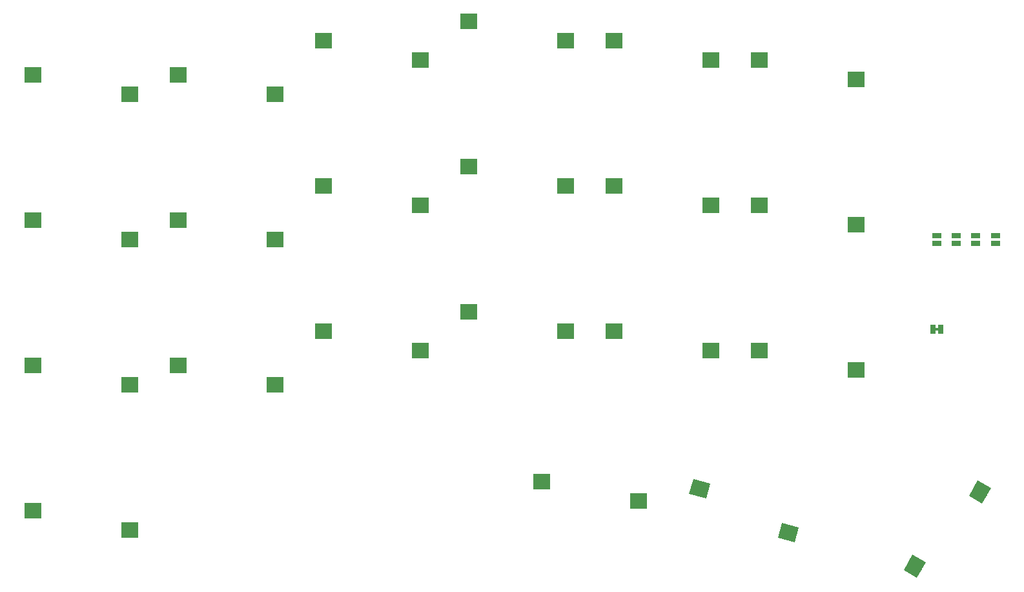
<source format=gtp>
G04 #@! TF.GenerationSoftware,KiCad,Pcbnew,(5.1.0)-1*
G04 #@! TF.CreationDate,2019-06-07T23:15:03+02:00*
G04 #@! TF.ProjectId,prkbd,70726b62-642e-46b6-9963-61645f706362,1*
G04 #@! TF.SameCoordinates,Original*
G04 #@! TF.FileFunction,Paste,Top*
G04 #@! TF.FilePolarity,Positive*
%FSLAX46Y46*%
G04 Gerber Fmt 4.6, Leading zero omitted, Abs format (unit mm)*
G04 Created by KiCad (PCBNEW (5.1.0)-1) date 2019-06-07 23:15:03*
%MOMM*%
%LPD*%
G04 APERTURE LIST*
%ADD10R,2.300000X2.000000*%
%ADD11R,0.381000X0.381000*%
%ADD12R,0.635000X1.143000*%
%ADD13R,1.143000X0.635000*%
%ADD14C,2.000000*%
%ADD15C,0.100000*%
G04 APERTURE END LIST*
D10*
X174610000Y-77510000D03*
X161910000Y-74970000D03*
X66660000Y-95925000D03*
X79360000Y-98465000D03*
D11*
X185166000Y-110236000D03*
D12*
X185666380Y-110236000D03*
X184665620Y-110236000D03*
D13*
X192829354Y-98008710D03*
X192829354Y-99009470D03*
X190284377Y-99021249D03*
X190284377Y-98020489D03*
X187744377Y-98020489D03*
X187744377Y-99021249D03*
X185204377Y-99021249D03*
X185204377Y-98020489D03*
D10*
X66660000Y-76875000D03*
X79360000Y-79415000D03*
X85710000Y-76875000D03*
X98410000Y-79415000D03*
X104760000Y-72430000D03*
X117460000Y-74970000D03*
X136510000Y-72430000D03*
X123810000Y-69890000D03*
X142860000Y-72430000D03*
X155560000Y-74970000D03*
X85710000Y-95925000D03*
X98410000Y-98465000D03*
X117460000Y-94020000D03*
X104760000Y-91480000D03*
X123810000Y-88940000D03*
X136510000Y-91480000D03*
X142860000Y-91480000D03*
X155560000Y-94020000D03*
X174610000Y-96560000D03*
X161910000Y-94020000D03*
X66660000Y-114975000D03*
X79360000Y-117515000D03*
X85710000Y-114975000D03*
X98410000Y-117515000D03*
X104760000Y-110530000D03*
X117460000Y-113070000D03*
X136510000Y-110530000D03*
X123810000Y-107990000D03*
X155560000Y-113070000D03*
X142860000Y-110530000D03*
X174610000Y-115610000D03*
X161910000Y-113070000D03*
X79360000Y-136565000D03*
X66660000Y-134025000D03*
X146035000Y-132820000D03*
X133335000Y-130280000D03*
D14*
X154060766Y-131180355D03*
D15*
G36*
X152691132Y-131848639D02*
G01*
X153208770Y-129916787D01*
X155430400Y-130512071D01*
X154912762Y-132443923D01*
X152691132Y-131848639D01*
X152691132Y-131848639D01*
G37*
D14*
X165670624Y-136920809D03*
D15*
G36*
X164300990Y-137589093D02*
G01*
X164818628Y-135657241D01*
X167040258Y-136252525D01*
X166522620Y-138184377D01*
X164300990Y-137589093D01*
X164300990Y-137589093D01*
G37*
D14*
X190799050Y-131608655D03*
D15*
G36*
X191090075Y-133104584D02*
G01*
X189358025Y-132104584D01*
X190508025Y-130112726D01*
X192240075Y-131112726D01*
X191090075Y-133104584D01*
X191090075Y-133104584D01*
G37*
D14*
X182249346Y-141337178D03*
D15*
G36*
X182540371Y-142833107D02*
G01*
X180808321Y-141833107D01*
X181958321Y-139841249D01*
X183690371Y-140841249D01*
X182540371Y-142833107D01*
X182540371Y-142833107D01*
G37*
M02*

</source>
